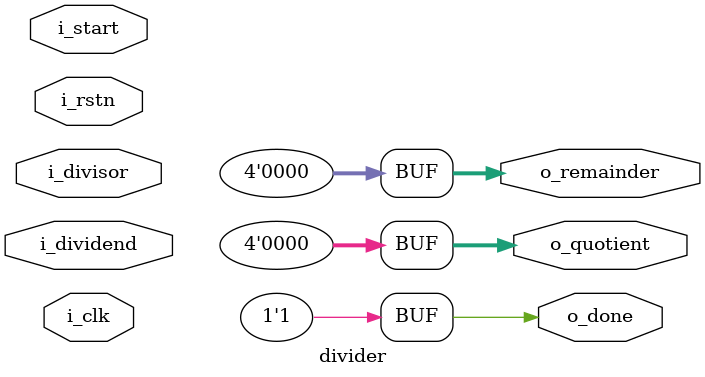
<source format=sv>
module divider #(
    parameter   int     D_WIDTH     = 4
)(
    input   logic                   i_clk,
    input   logic                   i_rstn,
    input   logic   [D_WIDTH-1:0]   i_dividend,
    input   logic   [D_WIDTH-1:0]   i_divisor,
    input   logic                   i_start,
    output  logic                   o_done,
    output  logic   [D_WIDTH-1:0]   o_quotient,
    output  logic   [D_WIDTH-1:0]   o_remainder
);

// Edit the code here begin ---------------------------------------------------

   assign o_done      = 1'b1;
   assign o_quotient  = 'b0;
   assign o_remainder = 'b0;
   
// Edit the code here end -----------------------------------------------------

/*
    Following section is necessary for dumping waveforms. This is needed for debug and simulations
*/

`ifndef DISABLE_WAVES
    initial begin
        $dumpfile("./sim_build/divider.vcd");
        $dumpvars(0, divider);
    end
`endif

endmodule

</source>
